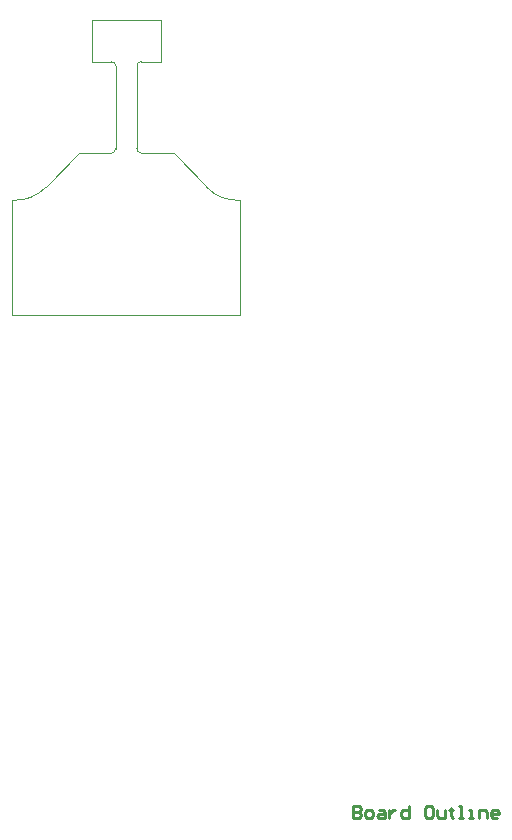
<source format=gbp>
G04*
G04 #@! TF.GenerationSoftware,Altium Limited,Altium Designer,23.1.1 (15)*
G04*
G04 Layer_Color=6710886*
%FSLAX24Y24*%
%MOIN*%
G70*
G04*
G04 #@! TF.SameCoordinates,9E248168-9D0A-4965-B1BF-A28D9D39D317*
G04*
G04*
G04 #@! TF.FilePolarity,Positive*
G04*
G01*
G75*
%ADD10C,0.0100*%
%ADD17C,0.0005*%
D10*
X11354Y-16380D02*
Y-16780D01*
X11554D01*
X11621Y-16713D01*
Y-16646D01*
X11554Y-16580D01*
X11354D01*
X11554D01*
X11621Y-16513D01*
Y-16446D01*
X11554Y-16380D01*
X11354D01*
X11821Y-16780D02*
X11954D01*
X12021Y-16713D01*
Y-16580D01*
X11954Y-16513D01*
X11821D01*
X11754Y-16580D01*
Y-16713D01*
X11821Y-16780D01*
X12220Y-16513D02*
X12354D01*
X12420Y-16580D01*
Y-16780D01*
X12220D01*
X12154Y-16713D01*
X12220Y-16646D01*
X12420D01*
X12554Y-16513D02*
Y-16780D01*
Y-16646D01*
X12620Y-16580D01*
X12687Y-16513D01*
X12754D01*
X13220Y-16380D02*
Y-16780D01*
X13020D01*
X12954Y-16713D01*
Y-16580D01*
X13020Y-16513D01*
X13220D01*
X13953Y-16380D02*
X13820D01*
X13753Y-16446D01*
Y-16713D01*
X13820Y-16780D01*
X13953D01*
X14020Y-16713D01*
Y-16446D01*
X13953Y-16380D01*
X14153Y-16513D02*
Y-16713D01*
X14220Y-16780D01*
X14420D01*
Y-16513D01*
X14620Y-16446D02*
Y-16513D01*
X14553D01*
X14686D01*
X14620D01*
Y-16713D01*
X14686Y-16780D01*
X14886D02*
X15020D01*
X14953D01*
Y-16380D01*
X14886D01*
X15220Y-16780D02*
X15353D01*
X15286D01*
Y-16513D01*
X15220D01*
X15553Y-16780D02*
Y-16513D01*
X15753D01*
X15819Y-16580D01*
Y-16780D01*
X16153D02*
X16019D01*
X15953Y-16713D01*
Y-16580D01*
X16019Y-16513D01*
X16153D01*
X16219Y-16580D01*
Y-16646D01*
X15953D01*
D17*
X0Y3830D02*
G03*
X1114Y4257I100J1406D01*
G01*
X6486D02*
G03*
X7600Y3830I1014J979D01*
G01*
X3450Y8300D02*
G03*
X3300Y8450I-150J0D01*
G01*
X4150Y5550D02*
G03*
X4300Y5400I150J0D01*
G01*
Y8450D02*
G03*
X4150Y8300I0J-150D01*
G01*
X3300Y5400D02*
G03*
X3450Y5550I0J150D01*
G01*
X0Y0D02*
Y3830D01*
X7600Y0D02*
Y1725D01*
Y2515D01*
Y3830D01*
X0Y0D02*
X7600D01*
X2650Y8450D02*
Y9830D01*
X4300Y5400D02*
X5382D01*
X2650Y8450D02*
X3300D01*
X2650Y9830D02*
X4950D01*
Y8450D02*
Y9830D01*
X3450Y5550D02*
Y8300D01*
X4300Y8450D02*
X4950D01*
X5382Y5400D02*
X6486Y4257D01*
X1114D02*
X2218Y5400D01*
X4150Y5550D02*
Y8300D01*
X2218Y5400D02*
X3300D01*
M02*

</source>
